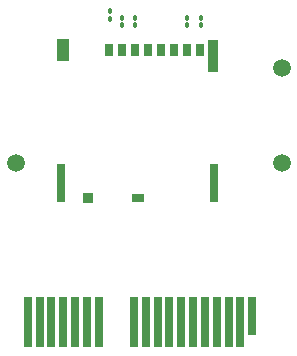
<source format=gbr>
%TF.GenerationSoftware,KiCad,Pcbnew,8.0.8*%
%TF.CreationDate,2025-07-23T18:09:19+02:00*%
%TF.ProjectId,CartridgeMk3,43617274-7269-4646-9765-4d6b332e6b69,rev?*%
%TF.SameCoordinates,Original*%
%TF.FileFunction,Soldermask,Top*%
%TF.FilePolarity,Negative*%
%FSLAX46Y46*%
G04 Gerber Fmt 4.6, Leading zero omitted, Abs format (unit mm)*
G04 Created by KiCad (PCBNEW 8.0.8) date 2025-07-23 18:09:19*
%MOMM*%
%LPD*%
G01*
G04 APERTURE LIST*
G04 Aperture macros list*
%AMRoundRect*
0 Rectangle with rounded corners*
0 $1 Rounding radius*
0 $2 $3 $4 $5 $6 $7 $8 $9 X,Y pos of 4 corners*
0 Add a 4 corners polygon primitive as box body*
4,1,4,$2,$3,$4,$5,$6,$7,$8,$9,$2,$3,0*
0 Add four circle primitives for the rounded corners*
1,1,$1+$1,$2,$3*
1,1,$1+$1,$4,$5*
1,1,$1+$1,$6,$7*
1,1,$1+$1,$8,$9*
0 Add four rect primitives between the rounded corners*
20,1,$1+$1,$2,$3,$4,$5,0*
20,1,$1+$1,$4,$5,$6,$7,0*
20,1,$1+$1,$6,$7,$8,$9,0*
20,1,$1+$1,$8,$9,$2,$3,0*%
G04 Aperture macros list end*
%ADD10C,1.500000*%
%ADD11RoundRect,0.100000X-0.100000X0.130000X-0.100000X-0.130000X0.100000X-0.130000X0.100000X0.130000X0*%
%ADD12R,0.700000X1.100000*%
%ADD13R,0.900000X0.930000*%
%ADD14R,1.050000X0.780000*%
%ADD15R,0.700000X3.330000*%
%ADD16R,1.140000X1.830000*%
%ADD17R,0.860000X2.800000*%
%ADD18R,0.700000X3.200000*%
%ADD19R,0.700000X4.300000*%
G04 APERTURE END LIST*
D10*
%TO.C,FD1*%
X167000000Y-61500000D03*
%TD*%
D11*
%TO.C,R1*%
X182650000Y-49235000D03*
X182650000Y-49875000D03*
%TD*%
%TO.C,R3*%
X174950000Y-48680000D03*
X174950000Y-49320000D03*
%TD*%
D10*
%TO.C,FD2*%
X189500000Y-53500000D03*
%TD*%
%TO.C,FD3*%
X189500000Y-61500000D03*
%TD*%
D11*
%TO.C,R5*%
X175995000Y-49230000D03*
X175995000Y-49870000D03*
%TD*%
%TO.C,R2*%
X181500000Y-49230000D03*
X181500000Y-49870000D03*
%TD*%
D12*
%TO.C,J2*%
X174880000Y-51985000D03*
X175980000Y-51985000D03*
X177080000Y-51985000D03*
X178180000Y-51985000D03*
X179280000Y-51985000D03*
X180380000Y-51985000D03*
X181480000Y-51985000D03*
X182580000Y-51985000D03*
D13*
X173090000Y-64450000D03*
D14*
X177355000Y-64525000D03*
D15*
X170780000Y-63250000D03*
D16*
X171000000Y-52000000D03*
D17*
X183660000Y-52485000D03*
D15*
X183740000Y-63250000D03*
%TD*%
D11*
%TO.C,R4*%
X177100000Y-49235000D03*
X177100000Y-49875000D03*
%TD*%
D18*
%TO.C,J1*%
X187000000Y-74450000D03*
D19*
X186000000Y-75000000D03*
X185000000Y-75000000D03*
X184000000Y-75000000D03*
X183000000Y-75000000D03*
X182000000Y-75000000D03*
X181000000Y-75000000D03*
X180000000Y-75000000D03*
X179000000Y-75000000D03*
X178000000Y-75000000D03*
X177000000Y-75000000D03*
X174000000Y-75000000D03*
X173000000Y-75000000D03*
X172000000Y-75000000D03*
X171000000Y-75000000D03*
X170000000Y-75000000D03*
X169000000Y-75000000D03*
X168000000Y-75000000D03*
%TD*%
M02*

</source>
